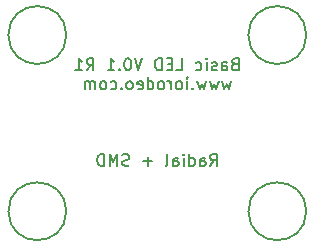
<source format=gbr>
%TF.GenerationSoftware,KiCad,Pcbnew,7.0.2-6a45011f42~172~ubuntu22.04.1*%
%TF.CreationDate,2023-09-06T17:39:41-07:00*%
%TF.ProjectId,basic_led,62617369-635f-46c6-9564-2e6b69636164,rev?*%
%TF.SameCoordinates,Original*%
%TF.FileFunction,Legend,Bot*%
%TF.FilePolarity,Positive*%
%FSLAX46Y46*%
G04 Gerber Fmt 4.6, Leading zero omitted, Abs format (unit mm)*
G04 Created by KiCad (PCBNEW 7.0.2-6a45011f42~172~ubuntu22.04.1) date 2023-09-06 17:39:41*
%MOMM*%
%LPD*%
G01*
G04 APERTURE LIST*
%ADD10C,0.150000*%
G04 APERTURE END LIST*
D10*
X69247619Y-54988809D02*
X69104762Y-55036428D01*
X69104762Y-55036428D02*
X69057143Y-55084047D01*
X69057143Y-55084047D02*
X69009524Y-55179285D01*
X69009524Y-55179285D02*
X69009524Y-55322142D01*
X69009524Y-55322142D02*
X69057143Y-55417380D01*
X69057143Y-55417380D02*
X69104762Y-55465000D01*
X69104762Y-55465000D02*
X69200000Y-55512619D01*
X69200000Y-55512619D02*
X69580952Y-55512619D01*
X69580952Y-55512619D02*
X69580952Y-54512619D01*
X69580952Y-54512619D02*
X69247619Y-54512619D01*
X69247619Y-54512619D02*
X69152381Y-54560238D01*
X69152381Y-54560238D02*
X69104762Y-54607857D01*
X69104762Y-54607857D02*
X69057143Y-54703095D01*
X69057143Y-54703095D02*
X69057143Y-54798333D01*
X69057143Y-54798333D02*
X69104762Y-54893571D01*
X69104762Y-54893571D02*
X69152381Y-54941190D01*
X69152381Y-54941190D02*
X69247619Y-54988809D01*
X69247619Y-54988809D02*
X69580952Y-54988809D01*
X68152381Y-55512619D02*
X68152381Y-54988809D01*
X68152381Y-54988809D02*
X68200000Y-54893571D01*
X68200000Y-54893571D02*
X68295238Y-54845952D01*
X68295238Y-54845952D02*
X68485714Y-54845952D01*
X68485714Y-54845952D02*
X68580952Y-54893571D01*
X68152381Y-55465000D02*
X68247619Y-55512619D01*
X68247619Y-55512619D02*
X68485714Y-55512619D01*
X68485714Y-55512619D02*
X68580952Y-55465000D01*
X68580952Y-55465000D02*
X68628571Y-55369761D01*
X68628571Y-55369761D02*
X68628571Y-55274523D01*
X68628571Y-55274523D02*
X68580952Y-55179285D01*
X68580952Y-55179285D02*
X68485714Y-55131666D01*
X68485714Y-55131666D02*
X68247619Y-55131666D01*
X68247619Y-55131666D02*
X68152381Y-55084047D01*
X67723809Y-55465000D02*
X67628571Y-55512619D01*
X67628571Y-55512619D02*
X67438095Y-55512619D01*
X67438095Y-55512619D02*
X67342857Y-55465000D01*
X67342857Y-55465000D02*
X67295238Y-55369761D01*
X67295238Y-55369761D02*
X67295238Y-55322142D01*
X67295238Y-55322142D02*
X67342857Y-55226904D01*
X67342857Y-55226904D02*
X67438095Y-55179285D01*
X67438095Y-55179285D02*
X67580952Y-55179285D01*
X67580952Y-55179285D02*
X67676190Y-55131666D01*
X67676190Y-55131666D02*
X67723809Y-55036428D01*
X67723809Y-55036428D02*
X67723809Y-54988809D01*
X67723809Y-54988809D02*
X67676190Y-54893571D01*
X67676190Y-54893571D02*
X67580952Y-54845952D01*
X67580952Y-54845952D02*
X67438095Y-54845952D01*
X67438095Y-54845952D02*
X67342857Y-54893571D01*
X66866666Y-55512619D02*
X66866666Y-54845952D01*
X66866666Y-54512619D02*
X66914285Y-54560238D01*
X66914285Y-54560238D02*
X66866666Y-54607857D01*
X66866666Y-54607857D02*
X66819047Y-54560238D01*
X66819047Y-54560238D02*
X66866666Y-54512619D01*
X66866666Y-54512619D02*
X66866666Y-54607857D01*
X65961905Y-55465000D02*
X66057143Y-55512619D01*
X66057143Y-55512619D02*
X66247619Y-55512619D01*
X66247619Y-55512619D02*
X66342857Y-55465000D01*
X66342857Y-55465000D02*
X66390476Y-55417380D01*
X66390476Y-55417380D02*
X66438095Y-55322142D01*
X66438095Y-55322142D02*
X66438095Y-55036428D01*
X66438095Y-55036428D02*
X66390476Y-54941190D01*
X66390476Y-54941190D02*
X66342857Y-54893571D01*
X66342857Y-54893571D02*
X66247619Y-54845952D01*
X66247619Y-54845952D02*
X66057143Y-54845952D01*
X66057143Y-54845952D02*
X65961905Y-54893571D01*
X64295238Y-55512619D02*
X64771428Y-55512619D01*
X64771428Y-55512619D02*
X64771428Y-54512619D01*
X63961904Y-54988809D02*
X63628571Y-54988809D01*
X63485714Y-55512619D02*
X63961904Y-55512619D01*
X63961904Y-55512619D02*
X63961904Y-54512619D01*
X63961904Y-54512619D02*
X63485714Y-54512619D01*
X63057142Y-55512619D02*
X63057142Y-54512619D01*
X63057142Y-54512619D02*
X62819047Y-54512619D01*
X62819047Y-54512619D02*
X62676190Y-54560238D01*
X62676190Y-54560238D02*
X62580952Y-54655476D01*
X62580952Y-54655476D02*
X62533333Y-54750714D01*
X62533333Y-54750714D02*
X62485714Y-54941190D01*
X62485714Y-54941190D02*
X62485714Y-55084047D01*
X62485714Y-55084047D02*
X62533333Y-55274523D01*
X62533333Y-55274523D02*
X62580952Y-55369761D01*
X62580952Y-55369761D02*
X62676190Y-55465000D01*
X62676190Y-55465000D02*
X62819047Y-55512619D01*
X62819047Y-55512619D02*
X63057142Y-55512619D01*
X61438094Y-54512619D02*
X61104761Y-55512619D01*
X61104761Y-55512619D02*
X60771428Y-54512619D01*
X60247618Y-54512619D02*
X60152380Y-54512619D01*
X60152380Y-54512619D02*
X60057142Y-54560238D01*
X60057142Y-54560238D02*
X60009523Y-54607857D01*
X60009523Y-54607857D02*
X59961904Y-54703095D01*
X59961904Y-54703095D02*
X59914285Y-54893571D01*
X59914285Y-54893571D02*
X59914285Y-55131666D01*
X59914285Y-55131666D02*
X59961904Y-55322142D01*
X59961904Y-55322142D02*
X60009523Y-55417380D01*
X60009523Y-55417380D02*
X60057142Y-55465000D01*
X60057142Y-55465000D02*
X60152380Y-55512619D01*
X60152380Y-55512619D02*
X60247618Y-55512619D01*
X60247618Y-55512619D02*
X60342856Y-55465000D01*
X60342856Y-55465000D02*
X60390475Y-55417380D01*
X60390475Y-55417380D02*
X60438094Y-55322142D01*
X60438094Y-55322142D02*
X60485713Y-55131666D01*
X60485713Y-55131666D02*
X60485713Y-54893571D01*
X60485713Y-54893571D02*
X60438094Y-54703095D01*
X60438094Y-54703095D02*
X60390475Y-54607857D01*
X60390475Y-54607857D02*
X60342856Y-54560238D01*
X60342856Y-54560238D02*
X60247618Y-54512619D01*
X59485713Y-55417380D02*
X59438094Y-55465000D01*
X59438094Y-55465000D02*
X59485713Y-55512619D01*
X59485713Y-55512619D02*
X59533332Y-55465000D01*
X59533332Y-55465000D02*
X59485713Y-55417380D01*
X59485713Y-55417380D02*
X59485713Y-55512619D01*
X58485714Y-55512619D02*
X59057142Y-55512619D01*
X58771428Y-55512619D02*
X58771428Y-54512619D01*
X58771428Y-54512619D02*
X58866666Y-54655476D01*
X58866666Y-54655476D02*
X58961904Y-54750714D01*
X58961904Y-54750714D02*
X59057142Y-54798333D01*
X56723809Y-55512619D02*
X57057142Y-55036428D01*
X57295237Y-55512619D02*
X57295237Y-54512619D01*
X57295237Y-54512619D02*
X56914285Y-54512619D01*
X56914285Y-54512619D02*
X56819047Y-54560238D01*
X56819047Y-54560238D02*
X56771428Y-54607857D01*
X56771428Y-54607857D02*
X56723809Y-54703095D01*
X56723809Y-54703095D02*
X56723809Y-54845952D01*
X56723809Y-54845952D02*
X56771428Y-54941190D01*
X56771428Y-54941190D02*
X56819047Y-54988809D01*
X56819047Y-54988809D02*
X56914285Y-55036428D01*
X56914285Y-55036428D02*
X57295237Y-55036428D01*
X55771428Y-55512619D02*
X56342856Y-55512619D01*
X56057142Y-55512619D02*
X56057142Y-54512619D01*
X56057142Y-54512619D02*
X56152380Y-54655476D01*
X56152380Y-54655476D02*
X56247618Y-54750714D01*
X56247618Y-54750714D02*
X56342856Y-54798333D01*
X68938094Y-56465952D02*
X68747618Y-57132619D01*
X68747618Y-57132619D02*
X68557142Y-56656428D01*
X68557142Y-56656428D02*
X68366666Y-57132619D01*
X68366666Y-57132619D02*
X68176190Y-56465952D01*
X67890475Y-56465952D02*
X67699999Y-57132619D01*
X67699999Y-57132619D02*
X67509523Y-56656428D01*
X67509523Y-56656428D02*
X67319047Y-57132619D01*
X67319047Y-57132619D02*
X67128571Y-56465952D01*
X66842856Y-56465952D02*
X66652380Y-57132619D01*
X66652380Y-57132619D02*
X66461904Y-56656428D01*
X66461904Y-56656428D02*
X66271428Y-57132619D01*
X66271428Y-57132619D02*
X66080952Y-56465952D01*
X65699999Y-57037380D02*
X65652380Y-57085000D01*
X65652380Y-57085000D02*
X65699999Y-57132619D01*
X65699999Y-57132619D02*
X65747618Y-57085000D01*
X65747618Y-57085000D02*
X65699999Y-57037380D01*
X65699999Y-57037380D02*
X65699999Y-57132619D01*
X65223809Y-57132619D02*
X65223809Y-56465952D01*
X65223809Y-56132619D02*
X65271428Y-56180238D01*
X65271428Y-56180238D02*
X65223809Y-56227857D01*
X65223809Y-56227857D02*
X65176190Y-56180238D01*
X65176190Y-56180238D02*
X65223809Y-56132619D01*
X65223809Y-56132619D02*
X65223809Y-56227857D01*
X64604762Y-57132619D02*
X64700000Y-57085000D01*
X64700000Y-57085000D02*
X64747619Y-57037380D01*
X64747619Y-57037380D02*
X64795238Y-56942142D01*
X64795238Y-56942142D02*
X64795238Y-56656428D01*
X64795238Y-56656428D02*
X64747619Y-56561190D01*
X64747619Y-56561190D02*
X64700000Y-56513571D01*
X64700000Y-56513571D02*
X64604762Y-56465952D01*
X64604762Y-56465952D02*
X64461905Y-56465952D01*
X64461905Y-56465952D02*
X64366667Y-56513571D01*
X64366667Y-56513571D02*
X64319048Y-56561190D01*
X64319048Y-56561190D02*
X64271429Y-56656428D01*
X64271429Y-56656428D02*
X64271429Y-56942142D01*
X64271429Y-56942142D02*
X64319048Y-57037380D01*
X64319048Y-57037380D02*
X64366667Y-57085000D01*
X64366667Y-57085000D02*
X64461905Y-57132619D01*
X64461905Y-57132619D02*
X64604762Y-57132619D01*
X63842857Y-57132619D02*
X63842857Y-56465952D01*
X63842857Y-56656428D02*
X63795238Y-56561190D01*
X63795238Y-56561190D02*
X63747619Y-56513571D01*
X63747619Y-56513571D02*
X63652381Y-56465952D01*
X63652381Y-56465952D02*
X63557143Y-56465952D01*
X63080952Y-57132619D02*
X63176190Y-57085000D01*
X63176190Y-57085000D02*
X63223809Y-57037380D01*
X63223809Y-57037380D02*
X63271428Y-56942142D01*
X63271428Y-56942142D02*
X63271428Y-56656428D01*
X63271428Y-56656428D02*
X63223809Y-56561190D01*
X63223809Y-56561190D02*
X63176190Y-56513571D01*
X63176190Y-56513571D02*
X63080952Y-56465952D01*
X63080952Y-56465952D02*
X62938095Y-56465952D01*
X62938095Y-56465952D02*
X62842857Y-56513571D01*
X62842857Y-56513571D02*
X62795238Y-56561190D01*
X62795238Y-56561190D02*
X62747619Y-56656428D01*
X62747619Y-56656428D02*
X62747619Y-56942142D01*
X62747619Y-56942142D02*
X62795238Y-57037380D01*
X62795238Y-57037380D02*
X62842857Y-57085000D01*
X62842857Y-57085000D02*
X62938095Y-57132619D01*
X62938095Y-57132619D02*
X63080952Y-57132619D01*
X61890476Y-57132619D02*
X61890476Y-56132619D01*
X61890476Y-57085000D02*
X61985714Y-57132619D01*
X61985714Y-57132619D02*
X62176190Y-57132619D01*
X62176190Y-57132619D02*
X62271428Y-57085000D01*
X62271428Y-57085000D02*
X62319047Y-57037380D01*
X62319047Y-57037380D02*
X62366666Y-56942142D01*
X62366666Y-56942142D02*
X62366666Y-56656428D01*
X62366666Y-56656428D02*
X62319047Y-56561190D01*
X62319047Y-56561190D02*
X62271428Y-56513571D01*
X62271428Y-56513571D02*
X62176190Y-56465952D01*
X62176190Y-56465952D02*
X61985714Y-56465952D01*
X61985714Y-56465952D02*
X61890476Y-56513571D01*
X61033333Y-57085000D02*
X61128571Y-57132619D01*
X61128571Y-57132619D02*
X61319047Y-57132619D01*
X61319047Y-57132619D02*
X61414285Y-57085000D01*
X61414285Y-57085000D02*
X61461904Y-56989761D01*
X61461904Y-56989761D02*
X61461904Y-56608809D01*
X61461904Y-56608809D02*
X61414285Y-56513571D01*
X61414285Y-56513571D02*
X61319047Y-56465952D01*
X61319047Y-56465952D02*
X61128571Y-56465952D01*
X61128571Y-56465952D02*
X61033333Y-56513571D01*
X61033333Y-56513571D02*
X60985714Y-56608809D01*
X60985714Y-56608809D02*
X60985714Y-56704047D01*
X60985714Y-56704047D02*
X61461904Y-56799285D01*
X60414285Y-57132619D02*
X60509523Y-57085000D01*
X60509523Y-57085000D02*
X60557142Y-57037380D01*
X60557142Y-57037380D02*
X60604761Y-56942142D01*
X60604761Y-56942142D02*
X60604761Y-56656428D01*
X60604761Y-56656428D02*
X60557142Y-56561190D01*
X60557142Y-56561190D02*
X60509523Y-56513571D01*
X60509523Y-56513571D02*
X60414285Y-56465952D01*
X60414285Y-56465952D02*
X60271428Y-56465952D01*
X60271428Y-56465952D02*
X60176190Y-56513571D01*
X60176190Y-56513571D02*
X60128571Y-56561190D01*
X60128571Y-56561190D02*
X60080952Y-56656428D01*
X60080952Y-56656428D02*
X60080952Y-56942142D01*
X60080952Y-56942142D02*
X60128571Y-57037380D01*
X60128571Y-57037380D02*
X60176190Y-57085000D01*
X60176190Y-57085000D02*
X60271428Y-57132619D01*
X60271428Y-57132619D02*
X60414285Y-57132619D01*
X59652380Y-57037380D02*
X59604761Y-57085000D01*
X59604761Y-57085000D02*
X59652380Y-57132619D01*
X59652380Y-57132619D02*
X59699999Y-57085000D01*
X59699999Y-57085000D02*
X59652380Y-57037380D01*
X59652380Y-57037380D02*
X59652380Y-57132619D01*
X58747619Y-57085000D02*
X58842857Y-57132619D01*
X58842857Y-57132619D02*
X59033333Y-57132619D01*
X59033333Y-57132619D02*
X59128571Y-57085000D01*
X59128571Y-57085000D02*
X59176190Y-57037380D01*
X59176190Y-57037380D02*
X59223809Y-56942142D01*
X59223809Y-56942142D02*
X59223809Y-56656428D01*
X59223809Y-56656428D02*
X59176190Y-56561190D01*
X59176190Y-56561190D02*
X59128571Y-56513571D01*
X59128571Y-56513571D02*
X59033333Y-56465952D01*
X59033333Y-56465952D02*
X58842857Y-56465952D01*
X58842857Y-56465952D02*
X58747619Y-56513571D01*
X58176190Y-57132619D02*
X58271428Y-57085000D01*
X58271428Y-57085000D02*
X58319047Y-57037380D01*
X58319047Y-57037380D02*
X58366666Y-56942142D01*
X58366666Y-56942142D02*
X58366666Y-56656428D01*
X58366666Y-56656428D02*
X58319047Y-56561190D01*
X58319047Y-56561190D02*
X58271428Y-56513571D01*
X58271428Y-56513571D02*
X58176190Y-56465952D01*
X58176190Y-56465952D02*
X58033333Y-56465952D01*
X58033333Y-56465952D02*
X57938095Y-56513571D01*
X57938095Y-56513571D02*
X57890476Y-56561190D01*
X57890476Y-56561190D02*
X57842857Y-56656428D01*
X57842857Y-56656428D02*
X57842857Y-56942142D01*
X57842857Y-56942142D02*
X57890476Y-57037380D01*
X57890476Y-57037380D02*
X57938095Y-57085000D01*
X57938095Y-57085000D02*
X58033333Y-57132619D01*
X58033333Y-57132619D02*
X58176190Y-57132619D01*
X57414285Y-57132619D02*
X57414285Y-56465952D01*
X57414285Y-56561190D02*
X57366666Y-56513571D01*
X57366666Y-56513571D02*
X57271428Y-56465952D01*
X57271428Y-56465952D02*
X57128571Y-56465952D01*
X57128571Y-56465952D02*
X57033333Y-56513571D01*
X57033333Y-56513571D02*
X56985714Y-56608809D01*
X56985714Y-56608809D02*
X56985714Y-57132619D01*
X56985714Y-56608809D02*
X56938095Y-56513571D01*
X56938095Y-56513571D02*
X56842857Y-56465952D01*
X56842857Y-56465952D02*
X56700000Y-56465952D01*
X56700000Y-56465952D02*
X56604761Y-56513571D01*
X56604761Y-56513571D02*
X56557142Y-56608809D01*
X56557142Y-56608809D02*
X56557142Y-57132619D01*
X67176190Y-63612619D02*
X67509523Y-63136428D01*
X67747618Y-63612619D02*
X67747618Y-62612619D01*
X67747618Y-62612619D02*
X67366666Y-62612619D01*
X67366666Y-62612619D02*
X67271428Y-62660238D01*
X67271428Y-62660238D02*
X67223809Y-62707857D01*
X67223809Y-62707857D02*
X67176190Y-62803095D01*
X67176190Y-62803095D02*
X67176190Y-62945952D01*
X67176190Y-62945952D02*
X67223809Y-63041190D01*
X67223809Y-63041190D02*
X67271428Y-63088809D01*
X67271428Y-63088809D02*
X67366666Y-63136428D01*
X67366666Y-63136428D02*
X67747618Y-63136428D01*
X66319047Y-63612619D02*
X66319047Y-63088809D01*
X66319047Y-63088809D02*
X66366666Y-62993571D01*
X66366666Y-62993571D02*
X66461904Y-62945952D01*
X66461904Y-62945952D02*
X66652380Y-62945952D01*
X66652380Y-62945952D02*
X66747618Y-62993571D01*
X66319047Y-63565000D02*
X66414285Y-63612619D01*
X66414285Y-63612619D02*
X66652380Y-63612619D01*
X66652380Y-63612619D02*
X66747618Y-63565000D01*
X66747618Y-63565000D02*
X66795237Y-63469761D01*
X66795237Y-63469761D02*
X66795237Y-63374523D01*
X66795237Y-63374523D02*
X66747618Y-63279285D01*
X66747618Y-63279285D02*
X66652380Y-63231666D01*
X66652380Y-63231666D02*
X66414285Y-63231666D01*
X66414285Y-63231666D02*
X66319047Y-63184047D01*
X65414285Y-63612619D02*
X65414285Y-62612619D01*
X65414285Y-63565000D02*
X65509523Y-63612619D01*
X65509523Y-63612619D02*
X65699999Y-63612619D01*
X65699999Y-63612619D02*
X65795237Y-63565000D01*
X65795237Y-63565000D02*
X65842856Y-63517380D01*
X65842856Y-63517380D02*
X65890475Y-63422142D01*
X65890475Y-63422142D02*
X65890475Y-63136428D01*
X65890475Y-63136428D02*
X65842856Y-63041190D01*
X65842856Y-63041190D02*
X65795237Y-62993571D01*
X65795237Y-62993571D02*
X65699999Y-62945952D01*
X65699999Y-62945952D02*
X65509523Y-62945952D01*
X65509523Y-62945952D02*
X65414285Y-62993571D01*
X64938094Y-63612619D02*
X64938094Y-62945952D01*
X64938094Y-62612619D02*
X64985713Y-62660238D01*
X64985713Y-62660238D02*
X64938094Y-62707857D01*
X64938094Y-62707857D02*
X64890475Y-62660238D01*
X64890475Y-62660238D02*
X64938094Y-62612619D01*
X64938094Y-62612619D02*
X64938094Y-62707857D01*
X64033333Y-63612619D02*
X64033333Y-63088809D01*
X64033333Y-63088809D02*
X64080952Y-62993571D01*
X64080952Y-62993571D02*
X64176190Y-62945952D01*
X64176190Y-62945952D02*
X64366666Y-62945952D01*
X64366666Y-62945952D02*
X64461904Y-62993571D01*
X64033333Y-63565000D02*
X64128571Y-63612619D01*
X64128571Y-63612619D02*
X64366666Y-63612619D01*
X64366666Y-63612619D02*
X64461904Y-63565000D01*
X64461904Y-63565000D02*
X64509523Y-63469761D01*
X64509523Y-63469761D02*
X64509523Y-63374523D01*
X64509523Y-63374523D02*
X64461904Y-63279285D01*
X64461904Y-63279285D02*
X64366666Y-63231666D01*
X64366666Y-63231666D02*
X64128571Y-63231666D01*
X64128571Y-63231666D02*
X64033333Y-63184047D01*
X63414285Y-63612619D02*
X63509523Y-63565000D01*
X63509523Y-63565000D02*
X63557142Y-63469761D01*
X63557142Y-63469761D02*
X63557142Y-62612619D01*
X62271427Y-63231666D02*
X61509523Y-63231666D01*
X61890475Y-63612619D02*
X61890475Y-62850714D01*
X60319046Y-63565000D02*
X60176189Y-63612619D01*
X60176189Y-63612619D02*
X59938094Y-63612619D01*
X59938094Y-63612619D02*
X59842856Y-63565000D01*
X59842856Y-63565000D02*
X59795237Y-63517380D01*
X59795237Y-63517380D02*
X59747618Y-63422142D01*
X59747618Y-63422142D02*
X59747618Y-63326904D01*
X59747618Y-63326904D02*
X59795237Y-63231666D01*
X59795237Y-63231666D02*
X59842856Y-63184047D01*
X59842856Y-63184047D02*
X59938094Y-63136428D01*
X59938094Y-63136428D02*
X60128570Y-63088809D01*
X60128570Y-63088809D02*
X60223808Y-63041190D01*
X60223808Y-63041190D02*
X60271427Y-62993571D01*
X60271427Y-62993571D02*
X60319046Y-62898333D01*
X60319046Y-62898333D02*
X60319046Y-62803095D01*
X60319046Y-62803095D02*
X60271427Y-62707857D01*
X60271427Y-62707857D02*
X60223808Y-62660238D01*
X60223808Y-62660238D02*
X60128570Y-62612619D01*
X60128570Y-62612619D02*
X59890475Y-62612619D01*
X59890475Y-62612619D02*
X59747618Y-62660238D01*
X59319046Y-63612619D02*
X59319046Y-62612619D01*
X59319046Y-62612619D02*
X58985713Y-63326904D01*
X58985713Y-63326904D02*
X58652380Y-62612619D01*
X58652380Y-62612619D02*
X58652380Y-63612619D01*
X58176189Y-63612619D02*
X58176189Y-62612619D01*
X58176189Y-62612619D02*
X57938094Y-62612619D01*
X57938094Y-62612619D02*
X57795237Y-62660238D01*
X57795237Y-62660238D02*
X57699999Y-62755476D01*
X57699999Y-62755476D02*
X57652380Y-62850714D01*
X57652380Y-62850714D02*
X57604761Y-63041190D01*
X57604761Y-63041190D02*
X57604761Y-63184047D01*
X57604761Y-63184047D02*
X57652380Y-63374523D01*
X57652380Y-63374523D02*
X57699999Y-63469761D01*
X57699999Y-63469761D02*
X57795237Y-63565000D01*
X57795237Y-63565000D02*
X57938094Y-63612619D01*
X57938094Y-63612619D02*
X58176189Y-63612619D01*
%TO.C,M1*%
X54990000Y-52540000D02*
G75*
G03*
X54990000Y-52540000I-2450000J0D01*
G01*
%TO.C,M2*%
X75310000Y-52540000D02*
G75*
G03*
X75310000Y-52540000I-2450000J0D01*
G01*
%TO.C,M3*%
X75310000Y-67460000D02*
G75*
G03*
X75310000Y-67460000I-2450000J0D01*
G01*
%TO.C,M4*%
X54990000Y-67460000D02*
G75*
G03*
X54990000Y-67460000I-2450000J0D01*
G01*
%TD*%
M02*

</source>
